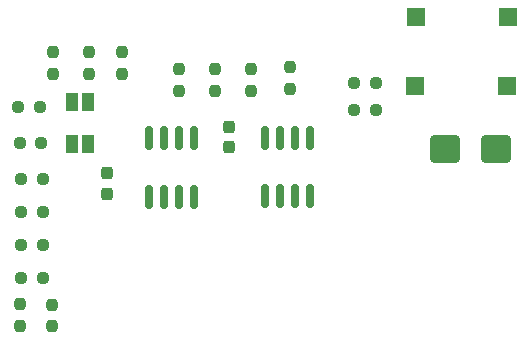
<source format=gbr>
%TF.GenerationSoftware,KiCad,Pcbnew,(6.0.0)*%
%TF.CreationDate,2023-05-26T23:18:24+03:00*%
%TF.ProjectId,uni_mcu_pcb,756e695f-6d63-4755-9f70-63622e6b6963,rev?*%
%TF.SameCoordinates,Original*%
%TF.FileFunction,Paste,Top*%
%TF.FilePolarity,Positive*%
%FSLAX46Y46*%
G04 Gerber Fmt 4.6, Leading zero omitted, Abs format (unit mm)*
G04 Created by KiCad (PCBNEW (6.0.0)) date 2023-05-26 23:18:24*
%MOMM*%
%LPD*%
G01*
G04 APERTURE LIST*
G04 Aperture macros list*
%AMRoundRect*
0 Rectangle with rounded corners*
0 $1 Rounding radius*
0 $2 $3 $4 $5 $6 $7 $8 $9 X,Y pos of 4 corners*
0 Add a 4 corners polygon primitive as box body*
4,1,4,$2,$3,$4,$5,$6,$7,$8,$9,$2,$3,0*
0 Add four circle primitives for the rounded corners*
1,1,$1+$1,$2,$3*
1,1,$1+$1,$4,$5*
1,1,$1+$1,$6,$7*
1,1,$1+$1,$8,$9*
0 Add four rect primitives between the rounded corners*
20,1,$1+$1,$2,$3,$4,$5,0*
20,1,$1+$1,$4,$5,$6,$7,0*
20,1,$1+$1,$6,$7,$8,$9,0*
20,1,$1+$1,$8,$9,$2,$3,0*%
G04 Aperture macros list end*
%ADD10RoundRect,0.237500X0.237500X-0.250000X0.237500X0.250000X-0.237500X0.250000X-0.237500X-0.250000X0*%
%ADD11RoundRect,0.237500X-0.250000X-0.237500X0.250000X-0.237500X0.250000X0.237500X-0.250000X0.237500X0*%
%ADD12R,1.500000X1.500000*%
%ADD13RoundRect,0.250000X1.000000X0.900000X-1.000000X0.900000X-1.000000X-0.900000X1.000000X-0.900000X0*%
%ADD14RoundRect,0.237500X0.250000X0.237500X-0.250000X0.237500X-0.250000X-0.237500X0.250000X-0.237500X0*%
%ADD15R,1.000000X1.500000*%
%ADD16RoundRect,0.150000X-0.150000X0.825000X-0.150000X-0.825000X0.150000X-0.825000X0.150000X0.825000X0*%
%ADD17RoundRect,0.237500X-0.237500X0.250000X-0.237500X-0.250000X0.237500X-0.250000X0.237500X0.250000X0*%
%ADD18RoundRect,0.237500X0.237500X-0.300000X0.237500X0.300000X-0.237500X0.300000X-0.237500X-0.300000X0*%
G04 APERTURE END LIST*
D10*
%TO.C,R8*%
X109982000Y-152146000D03*
X109982000Y-150321000D03*
%TD*%
D11*
%TO.C,R30*%
X101449500Y-163830000D03*
X103274500Y-163830000D03*
%TD*%
D10*
%TO.C,R10*%
X104140000Y-152146000D03*
X104140000Y-150321000D03*
%TD*%
D12*
%TO.C,SW2*%
X142584000Y-153162000D03*
X134784000Y-153162000D03*
%TD*%
D10*
%TO.C,R7*%
X107188000Y-152146000D03*
X107188000Y-150321000D03*
%TD*%
%TO.C,R21*%
X120904000Y-153566500D03*
X120904000Y-151741500D03*
%TD*%
D13*
%TO.C,D4*%
X141596000Y-158496000D03*
X137296000Y-158496000D03*
%TD*%
D14*
%TO.C,R28*%
X103020500Y-154940000D03*
X101195500Y-154940000D03*
%TD*%
D15*
%TO.C,D1*%
X105726000Y-158063500D03*
X107126000Y-158063500D03*
X107126000Y-154563500D03*
X105726000Y-154563500D03*
%TD*%
D11*
%TO.C,R29*%
X101449500Y-166624000D03*
X103274500Y-166624000D03*
%TD*%
D16*
%TO.C,Q5*%
X125857000Y-157545000D03*
X124587000Y-157545000D03*
X123317000Y-157545000D03*
X122047000Y-157545000D03*
X122047000Y-162495000D03*
X123317000Y-162495000D03*
X124587000Y-162495000D03*
X125857000Y-162495000D03*
%TD*%
D17*
%TO.C,R25*%
X104013000Y-171680500D03*
X104013000Y-173505500D03*
%TD*%
D14*
%TO.C,R13*%
X131468500Y-152908000D03*
X129643500Y-152908000D03*
%TD*%
D10*
%TO.C,R23*%
X124206000Y-153416000D03*
X124206000Y-151591000D03*
%TD*%
D12*
%TO.C,SW1*%
X142674000Y-147320000D03*
X134874000Y-147320000D03*
%TD*%
D11*
%TO.C,R15*%
X101449500Y-169418000D03*
X103274500Y-169418000D03*
%TD*%
D17*
%TO.C,R26*%
X101346000Y-171657000D03*
X101346000Y-173482000D03*
%TD*%
D10*
%TO.C,R22*%
X114808000Y-153566500D03*
X114808000Y-151741500D03*
%TD*%
%TO.C,R24*%
X117856000Y-153566500D03*
X117856000Y-151741500D03*
%TD*%
D11*
%TO.C,R31*%
X101449500Y-161036000D03*
X103274500Y-161036000D03*
%TD*%
D14*
%TO.C,R14*%
X131468500Y-155194000D03*
X129643500Y-155194000D03*
%TD*%
D11*
%TO.C,R32*%
X101299000Y-157988000D03*
X103124000Y-157988000D03*
%TD*%
D18*
%TO.C,C8*%
X118999000Y-158342500D03*
X118999000Y-156617500D03*
%TD*%
D16*
%TO.C,Q6*%
X116078000Y-157610000D03*
X114808000Y-157610000D03*
X113538000Y-157610000D03*
X112268000Y-157610000D03*
X112268000Y-162560000D03*
X113538000Y-162560000D03*
X114808000Y-162560000D03*
X116078000Y-162560000D03*
%TD*%
D18*
%TO.C,C3*%
X108712000Y-162279500D03*
X108712000Y-160554500D03*
%TD*%
M02*

</source>
